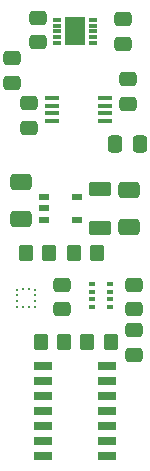
<source format=gbr>
%TF.GenerationSoftware,KiCad,Pcbnew,(6.0.2)*%
%TF.CreationDate,2022-03-27T21:46:32-04:00*%
%TF.ProjectId,Altimeter,416c7469-6d65-4746-9572-2e6b69636164,rev?*%
%TF.SameCoordinates,Original*%
%TF.FileFunction,Paste,Bot*%
%TF.FilePolarity,Positive*%
%FSLAX46Y46*%
G04 Gerber Fmt 4.6, Leading zero omitted, Abs format (unit mm)*
G04 Created by KiCad (PCBNEW (6.0.2)) date 2022-03-27 21:46:32*
%MOMM*%
%LPD*%
G01*
G04 APERTURE LIST*
G04 Aperture macros list*
%AMRoundRect*
0 Rectangle with rounded corners*
0 $1 Rounding radius*
0 $2 $3 $4 $5 $6 $7 $8 $9 X,Y pos of 4 corners*
0 Add a 4 corners polygon primitive as box body*
4,1,4,$2,$3,$4,$5,$6,$7,$8,$9,$2,$3,0*
0 Add four circle primitives for the rounded corners*
1,1,$1+$1,$2,$3*
1,1,$1+$1,$4,$5*
1,1,$1+$1,$6,$7*
1,1,$1+$1,$8,$9*
0 Add four rect primitives between the rounded corners*
20,1,$1+$1,$2,$3,$4,$5,0*
20,1,$1+$1,$4,$5,$6,$7,0*
20,1,$1+$1,$6,$7,$8,$9,0*
20,1,$1+$1,$8,$9,$2,$3,0*%
G04 Aperture macros list end*
%ADD10RoundRect,0.250000X0.475000X-0.337500X0.475000X0.337500X-0.475000X0.337500X-0.475000X-0.337500X0*%
%ADD11RoundRect,0.250000X-0.337500X-0.475000X0.337500X-0.475000X0.337500X0.475000X-0.337500X0.475000X0*%
%ADD12R,0.800000X0.300000*%
%ADD13R,1.750000X2.450000*%
%ADD14RoundRect,0.250000X-0.475000X0.337500X-0.475000X-0.337500X0.475000X-0.337500X0.475000X0.337500X0*%
%ADD15R,0.275000X0.250000*%
%ADD16R,0.250000X0.275000*%
%ADD17R,1.300000X0.450000*%
%ADD18RoundRect,0.250000X-0.650000X0.412500X-0.650000X-0.412500X0.650000X-0.412500X0.650000X0.412500X0*%
%ADD19RoundRect,0.250000X-0.350000X-0.450000X0.350000X-0.450000X0.350000X0.450000X-0.350000X0.450000X0*%
%ADD20RoundRect,0.250000X0.650000X-0.412500X0.650000X0.412500X-0.650000X0.412500X-0.650000X-0.412500X0*%
%ADD21RoundRect,0.250000X0.700000X-0.362500X0.700000X0.362500X-0.700000X0.362500X-0.700000X-0.362500X0*%
%ADD22R,0.500000X0.400000*%
%ADD23R,1.500000X0.650000*%
%ADD24RoundRect,0.250000X0.350000X0.450000X-0.350000X0.450000X-0.350000X-0.450000X0.350000X-0.450000X0*%
%ADD25R,0.900000X0.600000*%
G04 APERTURE END LIST*
D10*
%TO.C,C11*%
X44000000Y-61175000D03*
X44000000Y-59100000D03*
%TD*%
D11*
%TO.C,C1*%
X42375000Y-43307000D03*
X44450000Y-43307000D03*
%TD*%
D12*
%TO.C,IC4*%
X40489000Y-32782000D03*
X40489000Y-33282000D03*
X40489000Y-33782000D03*
X40489000Y-34282000D03*
X40489000Y-34782000D03*
X37489000Y-34782000D03*
X37489000Y-34282000D03*
X37489000Y-33782000D03*
X37489000Y-33282000D03*
X37489000Y-32782000D03*
D13*
X38989000Y-33782000D03*
%TD*%
D14*
%TO.C,C4*%
X37846000Y-55223500D03*
X37846000Y-57298500D03*
%TD*%
%TO.C,C5*%
X43053000Y-32744500D03*
X43053000Y-34819500D03*
%TD*%
D15*
%TO.C,IC3*%
X35560000Y-55638000D03*
X35560000Y-56138000D03*
X35560000Y-56638000D03*
X35560000Y-57138000D03*
D16*
X35048000Y-57151000D03*
X34548000Y-57151000D03*
D15*
X34035000Y-57138000D03*
X34035000Y-56638000D03*
X34035000Y-56138000D03*
X34035000Y-55638000D03*
D16*
X34548000Y-55626000D03*
X35048000Y-55626000D03*
%TD*%
D17*
%TO.C,IC1*%
X41493000Y-39411000D03*
X41493000Y-40061000D03*
X41493000Y-40711000D03*
X41493000Y-41361000D03*
X36993000Y-41361000D03*
X36993000Y-40711000D03*
X36993000Y-40061000D03*
X36993000Y-39411000D03*
%TD*%
D18*
%TO.C,C10*%
X43561000Y-47237500D03*
X43561000Y-50362500D03*
%TD*%
D14*
%TO.C,C2*%
X43434000Y-37824500D03*
X43434000Y-39899500D03*
%TD*%
D19*
%TO.C,R1*%
X36084000Y-60071000D03*
X38084000Y-60071000D03*
%TD*%
D20*
%TO.C,C7*%
X34400000Y-49662500D03*
X34400000Y-46537500D03*
%TD*%
D21*
%TO.C,L1*%
X41100000Y-50462500D03*
X41100000Y-47137500D03*
%TD*%
D22*
%TO.C,U1*%
X40398000Y-55159000D03*
X40398000Y-55809000D03*
X40398000Y-56459000D03*
X40398000Y-57109000D03*
X41898000Y-57109000D03*
X41898000Y-56459000D03*
X41898000Y-55809000D03*
X41898000Y-55159000D03*
%TD*%
D19*
%TO.C,R2*%
X40021000Y-60071000D03*
X42021000Y-60071000D03*
%TD*%
D14*
%TO.C,C6*%
X43942000Y-57298500D03*
X43942000Y-55223500D03*
%TD*%
D23*
%TO.C,IC2*%
X41689000Y-62103000D03*
X41689000Y-63373000D03*
X41689000Y-64643000D03*
X41689000Y-65913000D03*
X41689000Y-67183000D03*
X41689000Y-68453000D03*
X41689000Y-69723000D03*
X36289000Y-69723000D03*
X36289000Y-68453000D03*
X36289000Y-67183000D03*
X36289000Y-65913000D03*
X36289000Y-64643000D03*
X36289000Y-63373000D03*
X36289000Y-62103000D03*
%TD*%
D10*
%TO.C,C8*%
X35814000Y-34692500D03*
X35814000Y-32617500D03*
%TD*%
D24*
%TO.C,R3*%
X40878000Y-52578000D03*
X38878000Y-52578000D03*
%TD*%
D25*
%TO.C,IC5*%
X36319000Y-49718000D03*
X36319000Y-48768000D03*
X36319000Y-47818000D03*
X39119000Y-47818000D03*
X39119000Y-49718000D03*
%TD*%
D14*
%TO.C,C3*%
X35052000Y-39878000D03*
X35052000Y-41953000D03*
%TD*%
%TO.C,C9*%
X33655000Y-36046500D03*
X33655000Y-38121500D03*
%TD*%
D19*
%TO.C,R4*%
X34814000Y-52578000D03*
X36814000Y-52578000D03*
%TD*%
M02*

</source>
